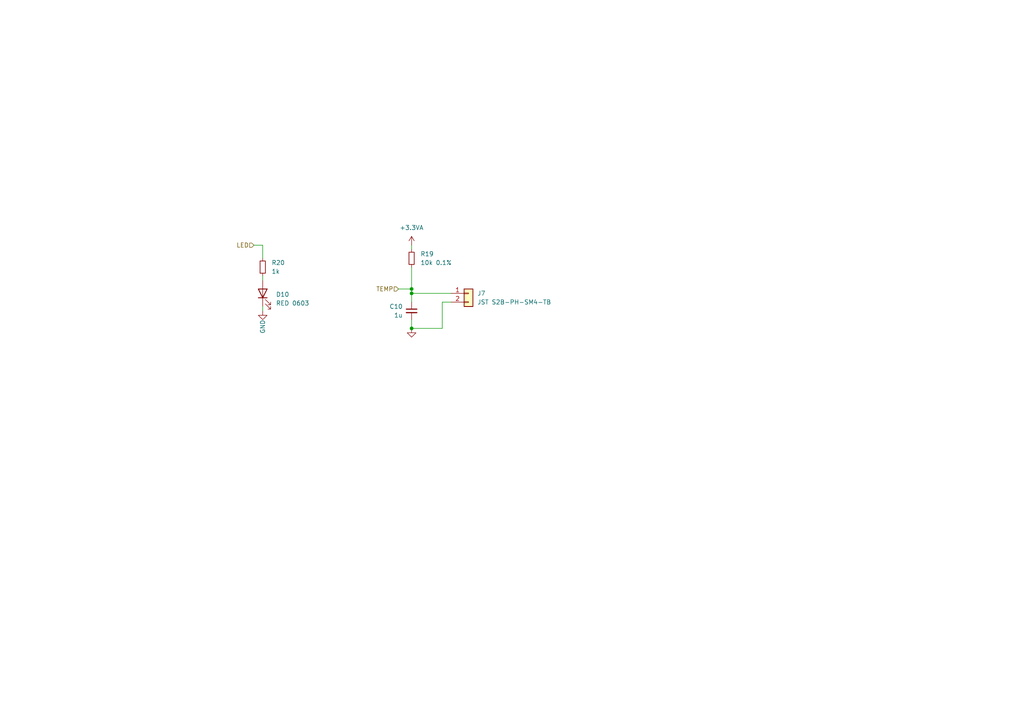
<source format=kicad_sch>
(kicad_sch (version 20250114) (generator "eeschema") (generator_version "9.0")
  (paper "A4")
  (lib_symbols
    (symbol "Connector_Generic:Conn_01x02" (pin_names (offset 1.016) (hide yes))
      (property "Reference" "J" (at 0 2.54 0))
      (property "Value" "Conn_01x02" (at 0 -5.08 0))
      (symbol "Conn_01x02_1_1"
        (rectangle (start -1.27 1.27) (end 1.27 -3.81) (stroke (width 0.254)) (fill (type background)))
        (rectangle (start -1.27 0.127) (end 0 -0.127) (stroke (width 0.1524)))
        (rectangle (start -1.27 -2.413) (end 0 -2.667) (stroke (width 0.1524)))
        (pin passive line (at -5.08 0 0) (length 3.81) (name "Pin_1") (number "1"))
        (pin passive line (at -5.08 -2.54 0) (length 3.81) (name "Pin_2") (number "2"))
      )
    )
    (symbol "Device:C_Small" (pin_numbers (hide yes)) (pin_names (offset 0.254) (hide yes))
      (property "Reference" "C" (at 0.254 1.778 0))
      (property "Value" "C_Small" (at 0.254 -2.032 0))
      (symbol "C_Small_0_1"
        (polyline (pts (xy -1.524 0.508) (xy 1.524 0.508)) (stroke (width 0.3048)))
        (polyline (pts (xy -1.524 -0.508) (xy 1.524 -0.508)) (stroke (width 0.3302)))
      )
      (symbol "C_Small_1_1"
        (pin passive line (at 0 2.54 270) (length 2.032) (name "~") (number "1"))
        (pin passive line (at 0 -2.54 90) (length 2.032) (name "~") (number "2"))
      )
    )
    (symbol "Device:LED" (pin_numbers (hide yes)) (pin_names (offset 1.016) (hide yes))
      (property "Reference" "D" (at 0 2.54 0))
      (property "Value" "LED" (at 0 -2.54 0))
      (symbol "LED_0_1"
        (polyline (pts (xy -3.048 -0.762) (xy -4.572 -2.286) (xy -3.81 -2.286) (xy -4.572 -2.286) (xy -4.572 -1.524)))
        (polyline (pts (xy -1.778 -0.762) (xy -3.302 -2.286) (xy -2.54 -2.286) (xy -3.302 -2.286) (xy -3.302 -1.524)))
        (polyline (pts (xy -1.27 0) (xy 1.27 0)))
        (polyline (pts (xy -1.27 -1.27) (xy -1.27 1.27)) (stroke (width 0.254)))
        (polyline (pts (xy 1.27 -1.27) (xy 1.27 1.27) (xy -1.27 0) (xy 1.27 -1.27)) (stroke (width 0.254)))
      )
      (symbol "LED_1_1"
        (pin passive line (at -3.81 0 0) (length 2.54) (name "K") (number "1"))
        (pin passive line (at 3.81 0 180) (length 2.54) (name "A") (number "2"))
      )
    )
    (symbol "Device:R_Small" (pin_numbers (hide yes)) (pin_names (offset 0.254) (hide yes))
      (property "Reference" "R" (at 0.762 0.508 0))
      (property "Value" "R_Small" (at 0.762 -1.016 0))
      (symbol "R_Small_0_1"
        (rectangle (start -0.762 1.778) (end 0.762 -1.778) (stroke (width 0.2032)))
      )
      (symbol "R_Small_1_1"
        (pin passive line (at 0 2.54 270) (length 0.762) (name "~") (number "1"))
        (pin passive line (at 0 -2.54 90) (length 0.762) (name "~") (number "2"))
      )
    )
    (symbol "power:+3.3VA" (power) (pin_names (offset 0))
      (property "Value" "+3.3VA" (at 0 3.556 0))
      (symbol "+3.3VA_0_1"
        (polyline (pts (xy -0.762 1.27) (xy 0 2.54)))
        (polyline (pts (xy 0 2.54) (xy 0.762 1.27)))
        (polyline (pts (xy 0 0) (xy 0 2.54)))
      )
      (symbol "+3.3VA_1_1"
        (pin power_in line (at 0 0 90) (length 0) (hide yes) (name "+3.3VA") (number "1"))
      )
    )
    (symbol "power:GND" (power) (pin_names (offset 0))
      (property "Value" "GND" (at 0 -3.81 0))
      (symbol "GND_0_1"
        (polyline (pts (xy 0 0) (xy 0 -1.27) (xy 1.27 -1.27) (xy 0 -2.54) (xy -1.27 -1.27) (xy 0 -1.27)))
      )
      (symbol "GND_1_1"
        (pin power_in line (at 0 0 270) (length 0) (hide yes) (name "GND") (number "1"))
      )
    )
  )
  (junction (at 119.38 85.09))
  (junction (at 119.38 95.25))
  (junction (at 119.38 83.82))
  (wire (pts (xy 119.38 77.47) (xy 119.38 83.82)))
  (wire (pts (xy 119.38 83.82) (xy 119.38 85.09)))
  (wire (pts (xy 128.27 95.25) (xy 128.27 87.63)))
  (wire (pts (xy 76.2 71.12) (xy 73.66 71.12)))
  (wire (pts (xy 115.57 83.82) (xy 119.38 83.82)))
  (wire (pts (xy 76.2 80.01) (xy 76.2 81.28)))
  (wire (pts (xy 119.38 85.09) (xy 130.81 85.09)))
  (wire (pts (xy 119.38 92.71) (xy 119.38 95.25)))
  (wire (pts (xy 76.2 74.93) (xy 76.2 71.12)))
  (wire (pts (xy 128.27 87.63) (xy 130.81 87.63)))
  (wire (pts (xy 119.38 85.09) (xy 119.38 87.63)))
  (wire (pts (xy 119.38 71.12) (xy 119.38 72.39)))
  (wire (pts (xy 76.2 88.9) (xy 76.2 90.17)))
  (wire (pts (xy 119.38 95.25) (xy 128.27 95.25)))
  (hierarchical_label "TEMP" (shape input) (at 115.57 83.82 180))
  (hierarchical_label "LED" (shape input) (at 73.66 71.12 180))
  (symbol (lib_id "Device:LED") (at 76.2 85.09 90) (unit 1)
    (property "Reference" "D3" (at 80.01 85.4075 90) (effects (justify right)))
    (property "Value" "RED 0603" (at 80.01 87.9475 90) (effects (justify right)))
    (property "Footprint" "LED_SMD:LED_0603_1608Metric" (effects (hide yes)))
    (property "LibRef" "B1911USD-20D000114U1930" (effects (hide yes)))
    (property "SKU" "B1911USD-20D000114U1930" (effects (hide yes)))
    (property "Supplier" "Digikey" (effects (hide yes)))
    (instances (project "cell-tap-connector-pcb" (path "" (reference "D10") (unit 1)) (path "" (reference "D8") (unit 1)) (path "" (reference "D13") (unit 1)) (path "" (reference "D7") (unit 1)) (path "" (reference "D14") (unit 1)) (path "" (reference "D12") (unit 1)) (path "" (reference "D15") (unit 1)) (path "" (reference "D6") (unit 1)) (path "" (reference "D9") (unit 1)) (path "" (reference "D5") (unit 1)) (path "" (reference "D11") (unit 1)) (path "" (reference "D3") (unit 1))))
  )
  (symbol (lib_id "power:GND") (at 119.38 95.25 0) (mirror y) (unit 1)
    (property "Reference" "#PWR09" (effects (hide yes)))
    (property "Value" "GND" (effects (hide yes)))
    (instances (project "cell-tap-connector-pcb" (path "" (reference "#PWR030") (unit 1)) (path "" (reference "#PWR024") (unit 1)) (path "" (reference "#PWR039") (unit 1)) (path "" (reference "#PWR021") (unit 1)) (path "" (reference "#PWR042") (unit 1)) (path "" (reference "#PWR036") (unit 1)) (path "" (reference "#PWR045") (unit 1)) (path "" (reference "#PWR018") (unit 1)) (path "" (reference "#PWR027") (unit 1)) (path "" (reference "#PWR015") (unit 1)) (path "" (reference "#PWR033") (unit 1)) (path "" (reference "#PWR09") (unit 1))))
  )
  (symbol (lib_id "Device:C_Small") (at 119.38 90.17 0) (mirror y) (unit 1)
    (property "Reference" "C3" (at 116.84 88.9063 0) (effects (justify left)))
    (property "Value" "1u" (at 116.84 91.4463 0) (effects (justify left)))
    (property "Footprint" "Capacitor_SMD:C_0603_1608Metric" (effects (hide yes)))
    (property "Description" "CAP CER 1UF 25V X5R 0603" (effects (hide yes)))
    (property "LibRef" "CL10A105KA8NNNC" (effects (hide yes)))
    (property "SKU" "CL10A105KA8NNNC" (effects (hide yes)))
    (property "Supplier" "Digikey" (effects (hide yes)))
    (instances (project "cell-tap-connector-pcb" (path "" (reference "C10") (unit 1)) (path "" (reference "C8") (unit 1)) (path "" (reference "C13") (unit 1)) (path "" (reference "C7") (unit 1)) (path "" (reference "C14") (unit 1)) (path "" (reference "C12") (unit 1)) (path "" (reference "C15") (unit 1)) (path "" (reference "C6") (unit 1)) (path "" (reference "C9") (unit 1)) (path "" (reference "C5") (unit 1)) (path "" (reference "C11") (unit 1)) (path "" (reference "C3") (unit 1))))
  )
  (symbol (lib_id "Connector_Generic:Conn_01x02") (at 135.89 85.09 0) (unit 1)
    (property "Reference" "J1" (at 138.43 85.09 0) (effects (justify left)))
    (property "Value" "JST S2B-PH-SM4-TB" (at 138.43 87.63 0) (effects (justify left)))
    (property "Footprint" "jst_conn:JST_PH_S2B-PH-SM4-TB_1x02-1MP_P2.00mm_Horizontal" (effects (hide yes)))
    (property "LibRef" "S2B-PH-SM4-TB" (effects (hide yes)))
    (property "SKU" "S2B-PH-SM4-TB" (effects (hide yes)))
    (property "Supplier" "Digikey" (effects (hide yes)))
    (instances (project "cell-tap-connector-pcb" (path "" (reference "J7") (unit 1)) (path "" (reference "J5") (unit 1)) (path "" (reference "J10") (unit 1)) (path "" (reference "J4") (unit 1)) (path "" (reference "J11") (unit 1)) (path "" (reference "J9") (unit 1)) (path "" (reference "J12") (unit 1)) (path "" (reference "J3") (unit 1)) (path "" (reference "J6") (unit 1)) (path "" (reference "J2") (unit 1)) (path "" (reference "J8") (unit 1)) (path "" (reference "J1") (unit 1))))
  )
  (symbol (lib_id "Device:R_Small") (at 119.38 74.93 0) (unit 1)
    (property "Reference" "R5" (at 121.92 73.66 0) (effects (justify left)))
    (property "Value" "10k 0.1%" (at 121.92 76.2 0) (effects (justify left)))
    (property "Footprint" "Resistor_SMD:R_0603_1608Metric" (effects (hide yes)))
    (instances (project "cell-tap-connector-pcb" (path "" (reference "R19") (unit 1)) (path "" (reference "R15") (unit 1)) (path "" (reference "R25") (unit 1)) (path "" (reference "R13") (unit 1)) (path "" (reference "R27") (unit 1)) (path "" (reference "R23") (unit 1)) (path "" (reference "R29") (unit 1)) (path "" (reference "R11") (unit 1)) (path "" (reference "R17") (unit 1)) (path "" (reference "R9") (unit 1)) (path "" (reference "R21") (unit 1)) (path "" (reference "R5") (unit 1))))
  )
  (symbol (lib_id "Device:R_Small") (at 76.2 77.47 0) (unit 1)
    (property "Reference" "R6" (at 78.74 76.2 0) (effects (justify left)))
    (property "Value" "1k" (at 78.74 78.74 0) (effects (justify left)))
    (property "Footprint" "Resistor_SMD:R_0603_1608Metric" (effects (hide yes)))
    (instances (project "cell-tap-connector-pcb" (path "" (reference "R20") (unit 1)) (path "" (reference "R16") (unit 1)) (path "" (reference "R26") (unit 1)) (path "" (reference "R14") (unit 1)) (path "" (reference "R28") (unit 1)) (path "" (reference "R24") (unit 1)) (path "" (reference "R30") (unit 1)) (path "" (reference "R12") (unit 1)) (path "" (reference "R18") (unit 1)) (path "" (reference "R10") (unit 1)) (path "" (reference "R22") (unit 1)) (path "" (reference "R6") (unit 1))))
  )
  (symbol (lib_id "power:GND") (at 76.2 90.17 0) (mirror y) (unit 1)
    (property "Reference" "#PWR08" (effects (hide yes)))
    (property "Value" "GND" (at 76.2 92.71 90) (effects (justify right)))
    (instances (project "cell-tap-connector-pcb" (path "" (reference "#PWR029") (unit 1)) (path "" (reference "#PWR023") (unit 1)) (path "" (reference "#PWR038") (unit 1)) (path "" (reference "#PWR020") (unit 1)) (path "" (reference "#PWR041") (unit 1)) (path "" (reference "#PWR035") (unit 1)) (path "" (reference "#PWR044") (unit 1)) (path "" (reference "#PWR017") (unit 1)) (path "" (reference "#PWR026") (unit 1)) (path "" (reference "#PWR014") (unit 1)) (path "" (reference "#PWR032") (unit 1)) (path "" (reference "#PWR08") (unit 1))))
  )
  (symbol (lib_id "power:+3.3VA") (at 119.38 71.12 0) (unit 1)
    (property "Reference" "#PWR07" (effects (hide yes)))
    (property "Value" "+3.3VA" (at 119.38 66.04 0))
    (instances (project "cell-tap-connector-pcb" (path "" (reference "#PWR028") (unit 1)) (path "" (reference "#PWR022") (unit 1)) (path "" (reference "#PWR037") (unit 1)) (path "" (reference "#PWR019") (unit 1)) (path "" (reference "#PWR040") (unit 1)) (path "" (reference "#PWR034") (unit 1)) (path "" (reference "#PWR043") (unit 1)) (path "" (reference "#PWR016") (unit 1)) (path "" (reference "#PWR025") (unit 1)) (path "" (reference "#PWR013") (unit 1)) (path "" (reference "#PWR031") (unit 1)) (path "" (reference "#PWR07") (unit 1))))
  )
)
</source>
